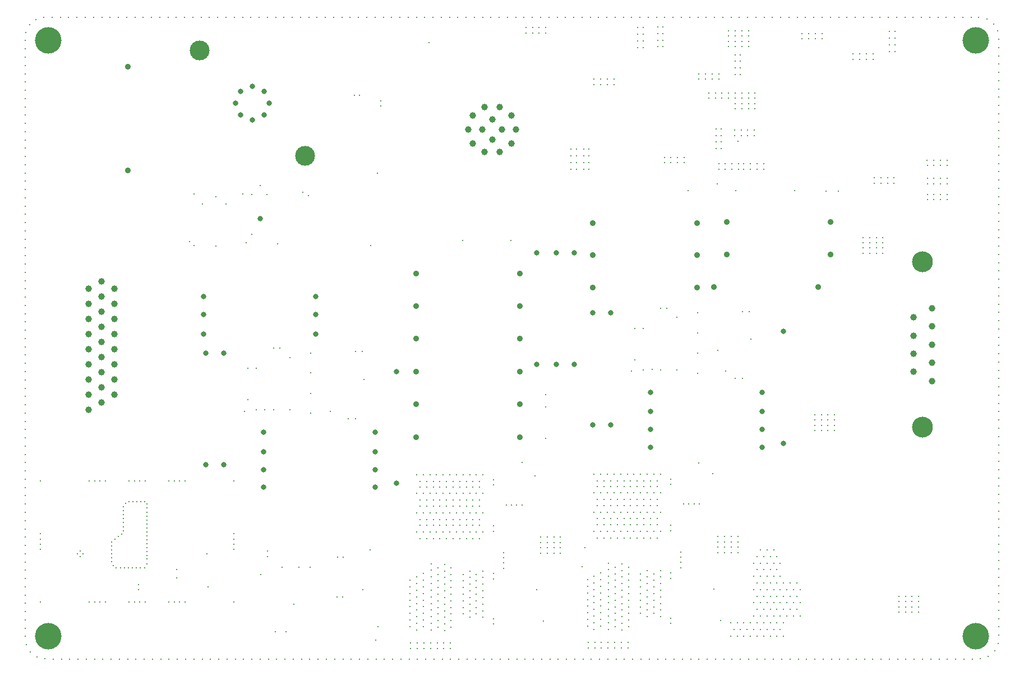
<source format=gbr>
%TF.GenerationSoftware,Altium Limited,Altium Designer,24.2.2 (26)*%
G04 Layer_Color=0*
%FSLAX45Y45*%
%MOMM*%
%TF.SameCoordinates,2C43E8B5-FC8E-40A2-A425-C8743FE8A27F*%
%TF.FilePolarity,Positive*%
%TF.FileFunction,Plated,1,6,PTH,Drill*%
%TF.Part,Single*%
G01*
G75*
%TA.AperFunction,ComponentDrill*%
%ADD194C,3.15000*%
%ADD195C,0.91440*%
%ADD196C,0.80000*%
%ADD197C,1.00000*%
%ADD198C,1.00000*%
%ADD199C,0.80000*%
%ADD200C,0.91440*%
%TA.AperFunction,OtherDrill,Pad Free-5 (69.785mm,103.532mm)*%
%ADD201C,3.00000*%
%TA.AperFunction,OtherDrill,Pad Free-5 (53.82mm,119.47mm)*%
%ADD202C,3.00000*%
%TA.AperFunction,OtherDrill,Pad Free-5 (171mm,121mm)*%
%ADD203C,4.00000*%
%TA.AperFunction,OtherDrill,Pad Free-5 (171mm,31mm)*%
%ADD204C,4.00000*%
%TA.AperFunction,OtherDrill,Pad Free-5 (31mm,31mm)*%
%ADD205C,4.00000*%
%TA.AperFunction,OtherDrill,Pad Free-5 (31mm,121mm)*%
%ADD206C,4.00000*%
%TA.AperFunction,ViaDrill,NotFilled*%
%ADD207C,0.30000*%
%ADD208C,0.80000*%
D194*
X16300000Y8749500D02*
D03*
Y6250500D02*
D03*
D195*
X4300000Y11700000D02*
D03*
Y10130000D02*
D03*
D196*
X6182000Y11401000D02*
D03*
Y10893000D02*
D03*
X5928000Y11147000D02*
D03*
X6436000D02*
D03*
X6002395Y11326605D02*
D03*
X6361605D02*
D03*
X6002395Y10967395D02*
D03*
X6361605D02*
D03*
X8038021Y5614002D02*
D03*
X6348021D02*
D03*
X7135997Y7660000D02*
D03*
X5445997D02*
D03*
X5445998Y7960000D02*
D03*
X7135998D02*
D03*
X5445998Y8230001D02*
D03*
X7135998D02*
D03*
X6348021Y6174002D02*
D03*
X8038021D02*
D03*
Y5344002D02*
D03*
X6348021D02*
D03*
X8038021Y5884002D02*
D03*
X6348021D02*
D03*
X12190000Y6220000D02*
D03*
X13880000D02*
D03*
X12190000Y5950000D02*
D03*
X13880000D02*
D03*
X12190000Y6780000D02*
D03*
X13880000D02*
D03*
Y6490000D02*
D03*
X12190000D02*
D03*
D197*
X10091246Y10538397D02*
D03*
X9911246Y10407620D02*
D03*
X9688754D02*
D03*
X9508754Y10538397D02*
D03*
Y10961603D02*
D03*
X9688754Y11092380D02*
D03*
X10091246Y10961603D02*
D03*
X9911246Y11092380D02*
D03*
X9650000Y10750000D02*
D03*
X9440000D02*
D03*
X10160000D02*
D03*
X9950000D02*
D03*
D198*
X9800000Y10900000D02*
D03*
Y10600000D02*
D03*
X3704000Y8343000D02*
D03*
Y8114400D02*
D03*
Y7885800D02*
D03*
Y7657200D02*
D03*
Y7428600D02*
D03*
Y7200000D02*
D03*
Y6971400D02*
D03*
Y6742800D02*
D03*
Y6514000D02*
D03*
X3902000Y8457300D02*
D03*
Y8228700D02*
D03*
Y8000100D02*
D03*
Y7771500D02*
D03*
Y7542900D02*
D03*
Y7314300D02*
D03*
Y7085700D02*
D03*
Y6857100D02*
D03*
Y6628500D02*
D03*
X4100000Y8343000D02*
D03*
Y8114400D02*
D03*
Y7885800D02*
D03*
Y7657200D02*
D03*
Y7428600D02*
D03*
Y7200000D02*
D03*
Y6971400D02*
D03*
Y6742800D02*
D03*
X16158000Y7911000D02*
D03*
Y7637000D02*
D03*
Y7363000D02*
D03*
Y7089000D02*
D03*
X16442000Y8048000D02*
D03*
Y7774000D02*
D03*
Y7500000D02*
D03*
Y7226000D02*
D03*
Y6952000D02*
D03*
D199*
X5748021Y5684003D02*
D03*
Y7374003D02*
D03*
X5478021Y5684003D02*
D03*
Y7374003D02*
D03*
X8358021Y7094002D02*
D03*
Y5404002D02*
D03*
X11320000Y6290000D02*
D03*
Y7980000D02*
D03*
X14200000Y7700000D02*
D03*
Y6010000D02*
D03*
X11590000Y6290000D02*
D03*
Y7980000D02*
D03*
X10770000Y8890000D02*
D03*
Y7200000D02*
D03*
X11040000Y8890000D02*
D03*
Y7200000D02*
D03*
X10470000Y7200000D02*
D03*
Y8890000D02*
D03*
D200*
X10220000Y6100000D02*
D03*
X8650000D02*
D03*
X8648021Y7594002D02*
D03*
X10218021D02*
D03*
X8648021Y8084002D02*
D03*
X10218021D02*
D03*
X10218021Y6604002D02*
D03*
X8648021D02*
D03*
X10218021Y7094002D02*
D03*
X8648021D02*
D03*
X10218021Y8574002D02*
D03*
X8648021D02*
D03*
X11320000Y8850000D02*
D03*
X12889999D02*
D03*
X14910001Y8860000D02*
D03*
X13339999D02*
D03*
X12889999Y9340000D02*
D03*
X11320000D02*
D03*
X14910001Y9350000D02*
D03*
X13339999D02*
D03*
X11320000Y8360000D02*
D03*
X12889999D02*
D03*
X14720000Y8370000D02*
D03*
X13150000D02*
D03*
D201*
X6978470Y10353194D02*
D03*
D202*
X5382000Y11947000D02*
D03*
D203*
X17100000Y12100000D02*
D03*
D204*
Y3100000D02*
D03*
D205*
X3100000D02*
D03*
D206*
Y12100000D02*
D03*
D207*
X11340000Y11510000D02*
D03*
X11440000D02*
D03*
X11540000D02*
D03*
X11640000D02*
D03*
X11440000D02*
D03*
X11540000D02*
D03*
X11640000D02*
D03*
X11340000Y11430000D02*
D03*
X11440000D02*
D03*
X11540000D02*
D03*
X11640000D02*
D03*
X11440000D02*
D03*
X11540000D02*
D03*
X11640000D02*
D03*
X11440000D02*
D03*
X11540000D02*
D03*
X11640000D02*
D03*
X8850000Y12060000D02*
D03*
X13200000Y9930000D02*
D03*
X14400008Y3900002D02*
D03*
X14450008Y3800002D02*
D03*
X14400008Y3700002D02*
D03*
X14450008Y3600002D02*
D03*
X14400008Y3500002D02*
D03*
X14450008Y3400002D02*
D03*
X14300008Y3900002D02*
D03*
X14350008Y3800002D02*
D03*
X14300008Y3700002D02*
D03*
X14350008Y3600002D02*
D03*
X14300008Y3500002D02*
D03*
X14350008Y3400002D02*
D03*
X14200008Y3900002D02*
D03*
X14250008Y3800002D02*
D03*
X14200008Y3700002D02*
D03*
X14250008Y3600002D02*
D03*
X14200008Y3500002D02*
D03*
X14250008Y3400002D02*
D03*
X14200008Y3300002D02*
D03*
Y3100002D02*
D03*
X14100008Y4300002D02*
D03*
X14150008Y4200002D02*
D03*
X14100008Y4100002D02*
D03*
X14150008Y4000002D02*
D03*
X14100008Y3900002D02*
D03*
X14150008Y3800002D02*
D03*
X14100008Y3700002D02*
D03*
X14150008Y3600002D02*
D03*
X14100008Y3500002D02*
D03*
X14150008Y3400002D02*
D03*
X14100008Y3300002D02*
D03*
X14150008Y3200002D02*
D03*
X14100008Y3100002D02*
D03*
X14050008Y4400002D02*
D03*
X14000008Y4300002D02*
D03*
X14050008Y4200002D02*
D03*
X14000008Y4100002D02*
D03*
X14050008Y4000002D02*
D03*
X14000008Y3900002D02*
D03*
X14050008Y3800002D02*
D03*
X14000008Y3700002D02*
D03*
X14050008Y3600002D02*
D03*
X14000008Y3500002D02*
D03*
X14050008Y3400002D02*
D03*
X14000008Y3300002D02*
D03*
X14050008Y3200002D02*
D03*
X14000008Y3100002D02*
D03*
X13950008Y4400002D02*
D03*
X13900008Y4300002D02*
D03*
X13950008Y4200002D02*
D03*
X13900008Y4100002D02*
D03*
X13950008Y4000002D02*
D03*
X13900008Y3900002D02*
D03*
X13950008Y3800002D02*
D03*
X13900008Y3700002D02*
D03*
X13950008Y3600002D02*
D03*
X13900008Y3500002D02*
D03*
X13950008Y3400002D02*
D03*
X13900008Y3300002D02*
D03*
X13950008Y3200002D02*
D03*
X13900008Y3100002D02*
D03*
X13850008Y4400002D02*
D03*
X13800008Y4300002D02*
D03*
X13850008Y4200002D02*
D03*
X13800008Y4100002D02*
D03*
X13850008Y4000002D02*
D03*
X13800008Y3900002D02*
D03*
X13850008Y3800002D02*
D03*
X13800008Y3700002D02*
D03*
X13850008Y3600002D02*
D03*
X13800008Y3500002D02*
D03*
X13850008Y3400002D02*
D03*
X13800008Y3300002D02*
D03*
X13850008Y3200002D02*
D03*
X13800008Y3100002D02*
D03*
X13750008Y4200002D02*
D03*
Y4000002D02*
D03*
Y3800002D02*
D03*
Y3600002D02*
D03*
Y3400002D02*
D03*
X13700008Y3300002D02*
D03*
X13750008Y3200002D02*
D03*
X13700008Y3100002D02*
D03*
X13600008Y3300002D02*
D03*
X13650008Y3200002D02*
D03*
X13600008Y3100002D02*
D03*
X13500008Y3300002D02*
D03*
X13550008Y3200002D02*
D03*
X13500008Y3100002D02*
D03*
X13400008Y3300002D02*
D03*
X13450008Y3200002D02*
D03*
X13400008Y3100002D02*
D03*
X4586600Y4261100D02*
D03*
Y4191100D02*
D03*
X4556600Y4131100D02*
D03*
X4486600D02*
D03*
X4426600D02*
D03*
X4366600D02*
D03*
X4306600D02*
D03*
X4246600D02*
D03*
X4186600D02*
D03*
X4126600D02*
D03*
X4076600Y4161100D02*
D03*
X4056600Y4221100D02*
D03*
Y4281100D02*
D03*
Y4341100D02*
D03*
Y4401100D02*
D03*
Y4461100D02*
D03*
Y4521100D02*
D03*
X4106600Y4561100D02*
D03*
X4156600Y4601100D02*
D03*
X4206600Y4641100D02*
D03*
X4236600Y4691100D02*
D03*
Y4751099D02*
D03*
Y4811100D02*
D03*
Y4871099D02*
D03*
Y4931100D02*
D03*
Y4991099D02*
D03*
Y5051100D02*
D03*
X4266600Y5101100D02*
D03*
X4316600Y5131099D02*
D03*
X4376600D02*
D03*
X4436600D02*
D03*
X4496600D02*
D03*
X4556600D02*
D03*
X4586600Y5091100D02*
D03*
Y5031100D02*
D03*
Y4971100D02*
D03*
Y4911100D02*
D03*
Y4851100D02*
D03*
Y4791100D02*
D03*
Y4731100D02*
D03*
Y4671100D02*
D03*
Y4611099D02*
D03*
Y4551100D02*
D03*
Y4491099D02*
D03*
Y4431100D02*
D03*
Y4371099D02*
D03*
Y4311100D02*
D03*
X12500000Y3290000D02*
D03*
X13330000Y7100000D02*
D03*
X12214261Y7124100D02*
D03*
X12080000Y7120000D02*
D03*
X8121000Y11181900D02*
D03*
X10604002Y6556979D02*
D03*
Y6746979D02*
D03*
X11900000Y7100000D02*
D03*
X3800000Y5440000D02*
D03*
X3960000D02*
D03*
X4480000D02*
D03*
X5000000D02*
D03*
X5080000D02*
D03*
X4400000D02*
D03*
X4560000D02*
D03*
X12500000Y3370000D02*
D03*
X12672544Y2753116D02*
D03*
X12547544D02*
D03*
X12340000Y3590000D02*
D03*
X12240000Y3640000D02*
D03*
X12500000Y4050000D02*
D03*
Y3970000D02*
D03*
Y4770000D02*
D03*
X12650000Y4210000D02*
D03*
Y4370000D02*
D03*
Y4290000D02*
D03*
Y4130000D02*
D03*
X12930000Y5090000D02*
D03*
X12850000D02*
D03*
X12500000Y5470000D02*
D03*
Y5390000D02*
D03*
X12290000Y5440000D02*
D03*
X9661214Y5531212D02*
D03*
X10450000Y5520000D02*
D03*
X10631214Y4351213D02*
D03*
Y4431212D02*
D03*
Y4511212D02*
D03*
Y4591212D02*
D03*
X10531214Y4351213D02*
D03*
Y4431212D02*
D03*
Y4511212D02*
D03*
Y4591212D02*
D03*
X13130000Y5550000D02*
D03*
X6310000Y4030000D02*
D03*
X6085200Y9040000D02*
D03*
X6940000Y9800000D02*
D03*
X6880000Y4140000D02*
D03*
X11200000Y4430000D02*
D03*
X11160000Y4150000D02*
D03*
X6632900Y4140000D02*
D03*
X7360000Y6490000D02*
D03*
X16139999Y3540000D02*
D03*
X16039999D02*
D03*
X16239999Y3460000D02*
D03*
X16139999D02*
D03*
X16039999D02*
D03*
X16239999Y3540000D02*
D03*
X15939999D02*
D03*
Y3460000D02*
D03*
X16239999Y3700000D02*
D03*
X16039999D02*
D03*
X16239999Y3620000D02*
D03*
X16139999D02*
D03*
Y3700000D02*
D03*
X15939999D02*
D03*
X16039999Y3620000D02*
D03*
X15939999D02*
D03*
X5898000Y5440000D02*
D03*
X2982000D02*
D03*
Y3610000D02*
D03*
X5898000D02*
D03*
X10080000Y9070000D02*
D03*
X7970000Y9000000D02*
D03*
X9358021Y9074002D02*
D03*
X7960000Y4400000D02*
D03*
X12590000Y7120000D02*
D03*
X10171214Y5081212D02*
D03*
X10251214D02*
D03*
X10011214D02*
D03*
X10831214Y4591212D02*
D03*
X10731214Y4511212D02*
D03*
Y4431212D02*
D03*
X10831214Y4351213D02*
D03*
X10731214D02*
D03*
X9971214Y4361212D02*
D03*
Y4121212D02*
D03*
Y4201212D02*
D03*
Y4281212D02*
D03*
X8571214Y2991212D02*
D03*
X8671214D02*
D03*
X8871214D02*
D03*
X9071214D02*
D03*
X8971214D02*
D03*
X8571214Y2911212D02*
D03*
X8671214D02*
D03*
X8871214D02*
D03*
X8771214D02*
D03*
X9071214D02*
D03*
X8971214D02*
D03*
X10571214Y3321212D02*
D03*
X9821214Y5461212D02*
D03*
Y5381212D02*
D03*
Y4761212D02*
D03*
Y4681212D02*
D03*
Y3961212D02*
D03*
Y4041212D02*
D03*
Y3281212D02*
D03*
Y3361212D02*
D03*
X8881214Y3491212D02*
D03*
Y3991212D02*
D03*
Y3891212D02*
D03*
Y3791212D02*
D03*
Y3591212D02*
D03*
Y3691212D02*
D03*
Y3391212D02*
D03*
Y3191212D02*
D03*
Y4091212D02*
D03*
Y4191212D02*
D03*
X8561214Y3541212D02*
D03*
Y3841213D02*
D03*
Y3741212D02*
D03*
Y3641212D02*
D03*
Y3441212D02*
D03*
Y3341212D02*
D03*
Y3241212D02*
D03*
Y3941213D02*
D03*
X8761214Y3841213D02*
D03*
Y3641212D02*
D03*
X8661214Y3891213D02*
D03*
Y3691213D02*
D03*
X8761214Y3541212D02*
D03*
X8661214Y3591213D02*
D03*
X8761214Y3741212D02*
D03*
X8661214Y3791213D02*
D03*
X8761214Y3441212D02*
D03*
X8661214Y3191212D02*
D03*
Y3391212D02*
D03*
X8761214Y3341212D02*
D03*
X8661214Y3491212D02*
D03*
X8761214Y3241212D02*
D03*
X8661214Y3291212D02*
D03*
X8761214Y3941213D02*
D03*
Y4041213D02*
D03*
X8661214Y3991213D02*
D03*
X8981214Y3631212D02*
D03*
Y3931213D02*
D03*
Y3431212D02*
D03*
Y3831213D02*
D03*
Y4031213D02*
D03*
Y3531212D02*
D03*
Y4131213D02*
D03*
Y3731213D02*
D03*
X9181214Y4131213D02*
D03*
Y4031213D02*
D03*
X9081214Y3781213D02*
D03*
Y3881213D02*
D03*
Y3981213D02*
D03*
Y4181213D02*
D03*
Y4081213D02*
D03*
Y3481212D02*
D03*
Y3581213D02*
D03*
Y3681213D02*
D03*
X9181214Y3231212D02*
D03*
Y3331212D02*
D03*
X9081214Y3381212D02*
D03*
Y3181212D02*
D03*
Y3281212D02*
D03*
X8981214Y3331212D02*
D03*
Y3231212D02*
D03*
X9181214Y3731213D02*
D03*
Y3431212D02*
D03*
Y3831213D02*
D03*
Y3631212D02*
D03*
Y3931213D02*
D03*
Y3531212D02*
D03*
X9661214Y3781212D02*
D03*
Y4081212D02*
D03*
Y3981212D02*
D03*
Y3881212D02*
D03*
Y3681212D02*
D03*
Y3381212D02*
D03*
Y3581212D02*
D03*
Y3481212D02*
D03*
X9461214Y3381212D02*
D03*
X9361214Y3731212D02*
D03*
X9561214Y3531212D02*
D03*
Y3431212D02*
D03*
X9461214Y3681212D02*
D03*
X9361214Y3631212D02*
D03*
Y3531212D02*
D03*
Y3431212D02*
D03*
X9561214Y3731212D02*
D03*
Y3631212D02*
D03*
X9461214Y3481212D02*
D03*
Y3581212D02*
D03*
X9361214Y4031212D02*
D03*
X9561214D02*
D03*
X9461214Y3981212D02*
D03*
Y3781212D02*
D03*
Y4081212D02*
D03*
X9361214Y3931212D02*
D03*
X9561214D02*
D03*
X9361214Y3831212D02*
D03*
X9461214Y3881212D02*
D03*
X9561214Y3831212D02*
D03*
X9461214Y5531212D02*
D03*
X9561214D02*
D03*
X8961214D02*
D03*
X9061214D02*
D03*
X9261214D02*
D03*
X9361214D02*
D03*
X9161214D02*
D03*
X8861214D02*
D03*
X8661214D02*
D03*
X8761214D02*
D03*
X9611214Y5431212D02*
D03*
X8811214D02*
D03*
X9311214D02*
D03*
X9511214D02*
D03*
X8711214D02*
D03*
X9211214D02*
D03*
X9011214D02*
D03*
X9111214D02*
D03*
X8911214D02*
D03*
X9411214D02*
D03*
X9611214Y5061212D02*
D03*
X8811214D02*
D03*
X8911214D02*
D03*
X8711214D02*
D03*
X9011214D02*
D03*
X9611214Y4861212D02*
D03*
X9661214Y4961212D02*
D03*
X9011214Y4861212D02*
D03*
X8761214Y4961212D02*
D03*
X8911214Y4861212D02*
D03*
X8711214D02*
D03*
X8661214Y4961212D02*
D03*
X8861214D02*
D03*
X8961214D02*
D03*
X8811214Y4861212D02*
D03*
X9061214Y4961212D02*
D03*
X9311214Y4861212D02*
D03*
X9261214Y4961212D02*
D03*
X9161214D02*
D03*
X9211214Y4861212D02*
D03*
X9111214D02*
D03*
Y5061212D02*
D03*
X9211214D02*
D03*
X9311214D02*
D03*
X9561214Y4961212D02*
D03*
X9511214Y5061212D02*
D03*
Y4861212D02*
D03*
X9461214Y4961212D02*
D03*
X9361214D02*
D03*
X9411214Y5061212D02*
D03*
Y4861212D02*
D03*
X9611214Y4571212D02*
D03*
X9661214Y4671212D02*
D03*
X9611214Y4771212D02*
D03*
X9011214Y4571212D02*
D03*
X8661214Y4671212D02*
D03*
X8711214Y4571212D02*
D03*
X8811214D02*
D03*
X8761214Y4671212D02*
D03*
X8861214D02*
D03*
X8911214Y4571212D02*
D03*
X8961214Y4671212D02*
D03*
X9061214D02*
D03*
X8711214Y4771212D02*
D03*
X8911214D02*
D03*
X9011214D02*
D03*
X8811214D02*
D03*
X9311214D02*
D03*
Y4571212D02*
D03*
X9161214Y4671212D02*
D03*
X9111214Y4771212D02*
D03*
X9261214Y4671212D02*
D03*
X9211214Y4571212D02*
D03*
X9111214D02*
D03*
X9211214Y4771212D02*
D03*
X9411214Y4571212D02*
D03*
X9511214Y4771212D02*
D03*
Y4571212D02*
D03*
X9461214Y4671212D02*
D03*
X9561214D02*
D03*
X9361214D02*
D03*
X9411214Y4771212D02*
D03*
X9011214Y5351212D02*
D03*
X9061214Y5251212D02*
D03*
X8811214Y5351212D02*
D03*
X8911214D02*
D03*
X8961214Y5251212D02*
D03*
X8711214Y5351212D02*
D03*
X8761214Y5251212D02*
D03*
X8861214D02*
D03*
X8661214D02*
D03*
X9611214Y5351212D02*
D03*
X9661214Y5251212D02*
D03*
X9611214Y5151212D02*
D03*
X8911214D02*
D03*
X9011214D02*
D03*
X8811214D02*
D03*
X8711214D02*
D03*
X9111214Y5351212D02*
D03*
X9261214Y5251212D02*
D03*
X9111214Y5151212D02*
D03*
X9161214Y5251212D02*
D03*
X9211214Y5351212D02*
D03*
Y5151212D02*
D03*
X9411214Y5351212D02*
D03*
X9311214Y5151212D02*
D03*
X9561214Y5251212D02*
D03*
X9511214Y5151212D02*
D03*
X9411214D02*
D03*
X9461214Y5251212D02*
D03*
X9511214Y5351212D02*
D03*
X9361214Y5251212D02*
D03*
X9311214Y5351212D02*
D03*
X10091214Y5081212D02*
D03*
X8881214Y3291212D02*
D03*
X10471214Y3801212D02*
D03*
X10604002Y6081979D02*
D03*
X6498021Y7444002D02*
D03*
X6240521Y7139609D02*
D03*
X6113521D02*
D03*
X6748021Y7304002D02*
D03*
X7058021Y7374003D02*
D03*
X6598021Y7444002D02*
D03*
X7058021Y7074002D02*
D03*
X7738021Y7394002D02*
D03*
X7868021Y6974003D02*
D03*
X7628021Y6384002D02*
D03*
X7838021Y7394002D02*
D03*
X7738021Y6384002D02*
D03*
X6113521Y6666396D02*
D03*
X7058021Y6464003D02*
D03*
X6748021Y6514002D02*
D03*
X6498021D02*
D03*
X6368021D02*
D03*
X6058021Y6494003D02*
D03*
X7058021Y6764002D02*
D03*
X6238021Y6514002D02*
D03*
X13580000Y6990000D02*
D03*
X13470000D02*
D03*
X8070000Y10090000D02*
D03*
X5632500Y9737500D02*
D03*
X6170000Y9170000D02*
D03*
X5630000Y8990000D02*
D03*
X5297500Y8994879D02*
D03*
X6560000Y9020000D02*
D03*
X6040000Y9780000D02*
D03*
X13460001Y10660000D02*
D03*
Y10740000D02*
D03*
X13660001D02*
D03*
X13560001D02*
D03*
Y10660000D02*
D03*
X13660001D02*
D03*
X13760001D02*
D03*
Y10740000D02*
D03*
X13210001Y7410000D02*
D03*
Y4440000D02*
D03*
Y4520000D02*
D03*
X13310001Y4440000D02*
D03*
Y4360000D02*
D03*
Y4520000D02*
D03*
X13250000Y3330000D02*
D03*
X7850000Y3800000D02*
D03*
X10731214Y4591212D02*
D03*
X10831214Y4511212D02*
D03*
Y4431212D02*
D03*
X13410001Y4440000D02*
D03*
X13510001Y4360000D02*
D03*
X13410001D02*
D03*
X13510001Y4440000D02*
D03*
X13210001Y4360000D02*
D03*
X13510001Y4600000D02*
D03*
X13310001D02*
D03*
X13510001Y4520000D02*
D03*
X13410001D02*
D03*
Y4600000D02*
D03*
X13210001D02*
D03*
X14870000Y6280000D02*
D03*
X14770000D02*
D03*
X14970000Y6200000D02*
D03*
X14870000D02*
D03*
X14770000D02*
D03*
X14970000Y6280000D02*
D03*
X14670000D02*
D03*
Y6200000D02*
D03*
X14970000Y6440000D02*
D03*
X14770000D02*
D03*
X14970000Y6360000D02*
D03*
X14870000D02*
D03*
Y6440000D02*
D03*
X14670000D02*
D03*
X14770000Y6360000D02*
D03*
X14670000D02*
D03*
X15600000Y8960000D02*
D03*
X15500000D02*
D03*
X15700000Y8880000D02*
D03*
X15600000D02*
D03*
X15500000D02*
D03*
X15700000Y8960000D02*
D03*
X15400000D02*
D03*
Y8880000D02*
D03*
X15700000Y9120000D02*
D03*
X15500000D02*
D03*
X15700000Y9040000D02*
D03*
X15600000D02*
D03*
Y9120000D02*
D03*
X15400000D02*
D03*
X15500000Y9040000D02*
D03*
X15400000D02*
D03*
X12920000Y5710000D02*
D03*
X10250000Y5720000D02*
D03*
X14839999Y9820000D02*
D03*
X12900000Y7680000D02*
D03*
Y7980000D02*
D03*
Y7070000D02*
D03*
Y7370000D02*
D03*
X13710001Y7580000D02*
D03*
X13680000Y8000000D02*
D03*
X13580000D02*
D03*
X12082501Y7745607D02*
D03*
X11955501Y7272393D02*
D03*
X14480000Y12120000D02*
D03*
Y12200000D02*
D03*
X14780000D02*
D03*
X14680000Y12120000D02*
D03*
X14580000D02*
D03*
X14780000D02*
D03*
X14580000Y12200000D02*
D03*
X14680000D02*
D03*
X15550000Y11890000D02*
D03*
X15250000D02*
D03*
X15550000Y11810000D02*
D03*
X15450000D02*
D03*
X15350000D02*
D03*
X15450000Y11890000D02*
D03*
X15350000D02*
D03*
X15250000Y11810000D02*
D03*
X12380000Y12000000D02*
D03*
Y12100000D02*
D03*
X12300000Y12000000D02*
D03*
Y12100000D02*
D03*
Y12200000D02*
D03*
X12380000D02*
D03*
Y12300000D02*
D03*
X12300000D02*
D03*
X12080000Y11990000D02*
D03*
X12000000D02*
D03*
Y12090000D02*
D03*
Y12190000D02*
D03*
X12080000D02*
D03*
Y12090000D02*
D03*
Y12290000D02*
D03*
X12000000D02*
D03*
X10310000Y12210000D02*
D03*
Y12290000D02*
D03*
X10410000D02*
D03*
X10510000Y12210000D02*
D03*
X10610000D02*
D03*
X10410000D02*
D03*
X10510000Y12290000D02*
D03*
X10610000D02*
D03*
X10990000Y10450000D02*
D03*
Y10350000D02*
D03*
Y10250000D02*
D03*
Y10150000D02*
D03*
X11070000Y10450000D02*
D03*
Y10350000D02*
D03*
Y10250000D02*
D03*
Y10150000D02*
D03*
X10990000Y10350000D02*
D03*
Y10250000D02*
D03*
Y10150000D02*
D03*
Y10350000D02*
D03*
Y10250000D02*
D03*
Y10150000D02*
D03*
X11070000Y10350000D02*
D03*
Y10250000D02*
D03*
Y10150000D02*
D03*
X11180000Y10450000D02*
D03*
Y10350000D02*
D03*
Y10250000D02*
D03*
Y10150000D02*
D03*
X11260000Y10450000D02*
D03*
Y10350000D02*
D03*
Y10250000D02*
D03*
Y10150000D02*
D03*
X11180000Y10350000D02*
D03*
Y10250000D02*
D03*
Y10150000D02*
D03*
Y10350000D02*
D03*
Y10250000D02*
D03*
Y10150000D02*
D03*
X11260000Y10350000D02*
D03*
Y10250000D02*
D03*
Y10150000D02*
D03*
X13900000Y10230000D02*
D03*
X13800000D02*
D03*
X13900000Y10150000D02*
D03*
X13700000D02*
D03*
X13600000D02*
D03*
X13700000Y10230000D02*
D03*
X13600000D02*
D03*
X13800000Y10150000D02*
D03*
X13520000Y10230000D02*
D03*
X13420000D02*
D03*
X13520000Y10150000D02*
D03*
X13420000D02*
D03*
X13320000D02*
D03*
X13220000D02*
D03*
X13320000Y10230000D02*
D03*
X13220000D02*
D03*
X12700000Y10330000D02*
D03*
X12600000D02*
D03*
X12500000D02*
D03*
X12400000D02*
D03*
X12700000Y10250000D02*
D03*
X12600000D02*
D03*
X12400000D02*
D03*
X12500000D02*
D03*
X13220000Y11590000D02*
D03*
X13120000D02*
D03*
X13020000D02*
D03*
X12920000D02*
D03*
X13220000Y11510000D02*
D03*
X13120000D02*
D03*
X13020000D02*
D03*
X12920000D02*
D03*
X13120000Y11590000D02*
D03*
X13020000D02*
D03*
X12920000D02*
D03*
X13120000D02*
D03*
X13020000D02*
D03*
X12920000D02*
D03*
X13120000Y11510000D02*
D03*
X13020000D02*
D03*
X12920000D02*
D03*
X13370000Y12160000D02*
D03*
X13470000D02*
D03*
X13370000Y12240000D02*
D03*
X13570000D02*
D03*
Y12160000D02*
D03*
X13670000D02*
D03*
X13470000Y12240000D02*
D03*
X13670000D02*
D03*
X13370000Y12000000D02*
D03*
Y12080000D02*
D03*
X13670000D02*
D03*
X13470000Y12000000D02*
D03*
X13570000D02*
D03*
X13670000D02*
D03*
X13470000Y12080000D02*
D03*
X13570000D02*
D03*
X13470000Y11060000D02*
D03*
X13670000D02*
D03*
X13770000D02*
D03*
X13470000Y11140000D02*
D03*
X13570000D02*
D03*
X13670000D02*
D03*
X13770000D02*
D03*
X13570000Y11060000D02*
D03*
X13470000Y11220000D02*
D03*
X13770000D02*
D03*
X13470000Y11300000D02*
D03*
X13570000D02*
D03*
X13670000D02*
D03*
X13770000D02*
D03*
X13570000Y11220000D02*
D03*
X13670000D02*
D03*
X13070000D02*
D03*
Y11300000D02*
D03*
X13170000D02*
D03*
X13270000D02*
D03*
X13370000D02*
D03*
X13170000Y11220000D02*
D03*
X13270000D02*
D03*
X13370000D02*
D03*
X13180000Y10760000D02*
D03*
Y10660000D02*
D03*
Y10560000D02*
D03*
Y10460000D02*
D03*
X13260001Y10760000D02*
D03*
Y10660000D02*
D03*
Y10560000D02*
D03*
Y10460000D02*
D03*
X13180000Y10660000D02*
D03*
Y10560000D02*
D03*
Y10460000D02*
D03*
Y10660000D02*
D03*
Y10560000D02*
D03*
Y10460000D02*
D03*
X13260001Y10660000D02*
D03*
Y10560000D02*
D03*
Y10460000D02*
D03*
X13470000Y11880000D02*
D03*
Y11680000D02*
D03*
X13550000Y11880000D02*
D03*
Y11580000D02*
D03*
X13470000D02*
D03*
Y11780000D02*
D03*
X13550000D02*
D03*
Y11680000D02*
D03*
X15870000Y10020000D02*
D03*
X15670000D02*
D03*
X15870000Y9940000D02*
D03*
X15670000D02*
D03*
X15570000Y10020000D02*
D03*
X15770000D02*
D03*
Y9940000D02*
D03*
X15570000D02*
D03*
X16670000Y9770000D02*
D03*
X16370000D02*
D03*
X16670000Y9690000D02*
D03*
X16570000D02*
D03*
X16370000D02*
D03*
X16570000Y9770000D02*
D03*
X16470000D02*
D03*
Y9690000D02*
D03*
X16670000Y10010000D02*
D03*
X16470000D02*
D03*
X16370000D02*
D03*
X16670000Y9930000D02*
D03*
X16570000D02*
D03*
X16370000D02*
D03*
X16570000Y10010000D02*
D03*
X16470000Y9930000D02*
D03*
X16669000Y10288000D02*
D03*
X16469000D02*
D03*
X16369000D02*
D03*
X16670000Y10212000D02*
D03*
X16569000Y10288000D02*
D03*
X16570000Y10212000D02*
D03*
X16470000D02*
D03*
X16370000D02*
D03*
X15030000Y9820000D02*
D03*
X14370000Y9830000D02*
D03*
X13480000D02*
D03*
X12760000D02*
D03*
X12340000Y8050000D02*
D03*
X12440000D02*
D03*
X12590000Y7910000D02*
D03*
X12340000Y7120000D02*
D03*
X11955501Y7745607D02*
D03*
X12290000Y5160000D02*
D03*
X12340000Y5260000D02*
D03*
X12290000Y5360000D02*
D03*
X12240000Y5260000D02*
D03*
X12190000Y5360000D02*
D03*
X12140000Y5260000D02*
D03*
X12190000Y5160000D02*
D03*
X12090000Y5360000D02*
D03*
X12040000Y5260000D02*
D03*
X12090000Y5160000D02*
D03*
X11990000D02*
D03*
X11440000Y5540000D02*
D03*
X11640000D02*
D03*
X11490000Y5440000D02*
D03*
X11540000Y5540000D02*
D03*
X11590000Y5440000D02*
D03*
X11690000D02*
D03*
X11740000Y5540000D02*
D03*
X11940000D02*
D03*
X11790000Y5440000D02*
D03*
X11840000Y5540000D02*
D03*
X11890000Y5440000D02*
D03*
X12340000Y5540000D02*
D03*
X12040000D02*
D03*
X12240000D02*
D03*
X12090000Y5440000D02*
D03*
X12140000Y5540000D02*
D03*
X12190000Y5440000D02*
D03*
X11990000D02*
D03*
X12240000Y4680000D02*
D03*
X12290000Y4780000D02*
D03*
Y4580000D02*
D03*
X12190000Y4780000D02*
D03*
X12140000Y4680000D02*
D03*
X12190000Y4580000D02*
D03*
X12090000Y4780000D02*
D03*
X12040000Y4680000D02*
D03*
X12090000Y4580000D02*
D03*
X11990000Y4780000D02*
D03*
Y4580000D02*
D03*
X12500000Y4690000D02*
D03*
X12340000Y4680000D02*
D03*
X11890000Y4780000D02*
D03*
X11790000Y4580000D02*
D03*
X11840000Y4680000D02*
D03*
X11890000Y4580000D02*
D03*
X11790000Y4780000D02*
D03*
X11740000Y4680000D02*
D03*
X11690000Y4780000D02*
D03*
X11640000Y4680000D02*
D03*
X11690000Y4580000D02*
D03*
X11340000Y4680000D02*
D03*
X11540000D02*
D03*
X11590000Y4580000D02*
D03*
X11440000Y4680000D02*
D03*
X11490000Y4580000D02*
D03*
X11390000Y4780000D02*
D03*
Y4580000D02*
D03*
X11490000Y4780000D02*
D03*
X11590000D02*
D03*
X11560000Y4200000D02*
D03*
X11990000Y5070000D02*
D03*
X11940000Y4970000D02*
D03*
X11990000Y4870000D02*
D03*
X11890000D02*
D03*
X11940000Y4680000D02*
D03*
X11890000Y5070000D02*
D03*
X11490000D02*
D03*
X11790000D02*
D03*
X11690000D02*
D03*
X11590000D02*
D03*
X11390000D02*
D03*
X11340000Y4970000D02*
D03*
X11840000D02*
D03*
X11740000D02*
D03*
X11790000Y4870000D02*
D03*
X11640000Y4970000D02*
D03*
X11690000Y4870000D02*
D03*
X11540000Y4970000D02*
D03*
X11590000Y4870000D02*
D03*
X11440000Y4970000D02*
D03*
X11490000Y4870000D02*
D03*
X11390000D02*
D03*
X12290000D02*
D03*
X12690000Y5090000D02*
D03*
X12770000D02*
D03*
X12340000Y4970000D02*
D03*
X12290000Y5070000D02*
D03*
X12240000Y4970000D02*
D03*
X12190000Y5070000D02*
D03*
X12140000Y4970000D02*
D03*
X12190000Y4870000D02*
D03*
X12090000Y5070000D02*
D03*
X12040000Y4970000D02*
D03*
X12090000Y4870000D02*
D03*
X11990000Y5360000D02*
D03*
X11790000D02*
D03*
X11940000Y5260000D02*
D03*
X11890000Y5360000D02*
D03*
X11840000Y5260000D02*
D03*
X11890000Y5160000D02*
D03*
X11740000Y5260000D02*
D03*
X11790000Y5160000D02*
D03*
X11690000Y5360000D02*
D03*
Y5160000D02*
D03*
X11440000Y5260000D02*
D03*
X11640000D02*
D03*
X11590000Y5360000D02*
D03*
X11540000Y5260000D02*
D03*
X11590000Y5160000D02*
D03*
X11490000Y5360000D02*
D03*
Y5160000D02*
D03*
X11390000Y5360000D02*
D03*
X11340000Y5260000D02*
D03*
X11390000Y5160000D02*
D03*
Y5440000D02*
D03*
X11340000Y5540000D02*
D03*
X12340000Y4090000D02*
D03*
X12140000D02*
D03*
X11240000Y3750000D02*
D03*
Y3950000D02*
D03*
Y3850000D02*
D03*
Y3650000D02*
D03*
Y3550000D02*
D03*
Y3450000D02*
D03*
X11250000Y2920000D02*
D03*
X11350000Y3000000D02*
D03*
X11250000D02*
D03*
X11240000Y3250000D02*
D03*
X11350000Y2920000D02*
D03*
X11240000Y3350000D02*
D03*
X11860000Y3240000D02*
D03*
X11760000Y3190000D02*
D03*
X11660000Y3240000D02*
D03*
X11760000Y3290000D02*
D03*
X11660000Y3340000D02*
D03*
X11760000Y3390000D02*
D03*
X11660000Y3440000D02*
D03*
X11760000Y3490000D02*
D03*
X11660000Y3540000D02*
D03*
X11760000Y3590000D02*
D03*
X11660000Y3640000D02*
D03*
X11760000Y3690000D02*
D03*
X11860000Y3740000D02*
D03*
Y3340000D02*
D03*
Y3440000D02*
D03*
Y3540000D02*
D03*
Y3640000D02*
D03*
Y3840000D02*
D03*
Y3940000D02*
D03*
Y4040000D02*
D03*
Y4140000D02*
D03*
X11660000Y3940000D02*
D03*
Y3740000D02*
D03*
X11760000Y3790000D02*
D03*
X11660000Y3840000D02*
D03*
X11760000Y3890000D02*
D03*
Y3990000D02*
D03*
X11660000Y4040000D02*
D03*
X11760000Y4090000D02*
D03*
X11660000Y4140000D02*
D03*
X11760000Y4190001D02*
D03*
X11560000Y3500000D02*
D03*
Y3400000D02*
D03*
Y3199999D02*
D03*
Y3299999D02*
D03*
Y4100000D02*
D03*
Y4000000D02*
D03*
Y3900000D02*
D03*
Y3800000D02*
D03*
Y3700000D02*
D03*
Y3600000D02*
D03*
X11440000Y4050000D02*
D03*
Y3550000D02*
D03*
Y3650000D02*
D03*
Y3750000D02*
D03*
Y3850000D02*
D03*
Y3950000D02*
D03*
Y3450000D02*
D03*
Y3350000D02*
D03*
Y3250000D02*
D03*
X11340000Y3200000D02*
D03*
Y3400000D02*
D03*
Y3500000D02*
D03*
Y3600000D02*
D03*
Y3700000D02*
D03*
Y3800000D02*
D03*
Y3900000D02*
D03*
Y4000000D02*
D03*
Y3300000D02*
D03*
X13150000Y3810000D02*
D03*
X12340000Y3690000D02*
D03*
Y3990000D02*
D03*
Y3890000D02*
D03*
Y3790000D02*
D03*
X12040000Y4040000D02*
D03*
X12140000Y3990000D02*
D03*
X12240000Y4040000D02*
D03*
X12040000Y3940000D02*
D03*
X12140000Y3890000D02*
D03*
X12240000Y3940000D02*
D03*
X12040000Y3840000D02*
D03*
X12140000Y3790000D02*
D03*
X12240000Y3840000D02*
D03*
X12040000Y3740000D02*
D03*
X12140000Y3690000D02*
D03*
X12240000Y3740000D02*
D03*
X12040000Y3640000D02*
D03*
X12340000Y3390000D02*
D03*
Y3490000D02*
D03*
X12140000Y3590000D02*
D03*
Y3490000D02*
D03*
X12240000Y3540000D02*
D03*
X12140000Y3390000D02*
D03*
X12240000Y3439999D02*
D03*
X12040000D02*
D03*
Y3540000D02*
D03*
X11450000Y3000000D02*
D03*
X11550000D02*
D03*
X11650000D02*
D03*
X11750000D02*
D03*
X11850000D02*
D03*
X11450000Y2920000D02*
D03*
X11550000D02*
D03*
X11650000D02*
D03*
X11750000D02*
D03*
X11850000D02*
D03*
X15800000Y12230000D02*
D03*
Y12130000D02*
D03*
Y12030000D02*
D03*
X15880000Y12230000D02*
D03*
Y12130000D02*
D03*
Y12030000D02*
D03*
Y12230000D02*
D03*
Y12130000D02*
D03*
Y12030000D02*
D03*
X15800000Y12230000D02*
D03*
Y12130000D02*
D03*
Y12030000D02*
D03*
Y11930000D02*
D03*
X15880000Y12230000D02*
D03*
Y12130000D02*
D03*
Y12030000D02*
D03*
Y11930000D02*
D03*
X8771214Y2991212D02*
D03*
X9171214Y2911212D02*
D03*
Y2991212D02*
D03*
X7720000Y11270000D02*
D03*
X7800000D02*
D03*
X6300000Y9900000D02*
D03*
X5780000Y9620000D02*
D03*
X6400000Y9770000D02*
D03*
X3800000Y3610000D02*
D03*
X3719999D02*
D03*
X3959999D02*
D03*
X3879999D02*
D03*
X4400000D02*
D03*
X4319999D02*
D03*
X4560000D02*
D03*
X4479999D02*
D03*
X5000000D02*
D03*
X4920000D02*
D03*
X5160000D02*
D03*
X5079999D02*
D03*
X5898000Y4565000D02*
D03*
Y4645000D02*
D03*
Y4405000D02*
D03*
Y4485000D02*
D03*
X5160000Y5440000D02*
D03*
X4920000D02*
D03*
X4320000D02*
D03*
X3880000D02*
D03*
X3720000D02*
D03*
X2982000Y4485000D02*
D03*
Y4405000D02*
D03*
Y4645000D02*
D03*
Y4565000D02*
D03*
X3542500Y4340000D02*
D03*
X3622500D02*
D03*
X3582500Y4380000D02*
D03*
Y4300000D02*
D03*
X5040000Y3980000D02*
D03*
Y4100000D02*
D03*
X4463000Y3875000D02*
D03*
Y3795000D02*
D03*
X5490000Y4340000D02*
D03*
X5510000Y3840000D02*
D03*
X6410000Y4380000D02*
D03*
Y4300000D02*
D03*
X7050000Y4140000D02*
D03*
X6810000Y3580000D02*
D03*
X8080000Y3240000D02*
D03*
X8040000Y3040000D02*
D03*
X7550000Y4290000D02*
D03*
X7470000D02*
D03*
X7460000Y3690000D02*
D03*
X7540000D02*
D03*
X6690000Y3160000D02*
D03*
X6530000D02*
D03*
X13510001Y10570000D02*
D03*
X6170000Y9770000D02*
D03*
X5430000Y9620000D02*
D03*
X5300000Y9780000D02*
D03*
X7030000Y9750000D02*
D03*
X8121000Y11101900D02*
D03*
X5230000Y9060000D02*
D03*
X17032022Y12446883D02*
D03*
X16907022D02*
D03*
X16782022D02*
D03*
X16657022D02*
D03*
X16532022D02*
D03*
X16407022D02*
D03*
X16282022D02*
D03*
X16157022D02*
D03*
X16032022D02*
D03*
X15907022D02*
D03*
X15782022D02*
D03*
X15657022D02*
D03*
X15532022D02*
D03*
X15407022D02*
D03*
X15282022D02*
D03*
X15157022D02*
D03*
X15032022D02*
D03*
X14907022D02*
D03*
X14782022D02*
D03*
X14657022D02*
D03*
X14532022D02*
D03*
X14407022D02*
D03*
X14282022D02*
D03*
X14157022D02*
D03*
X14032022D02*
D03*
X13907022D02*
D03*
X13782022D02*
D03*
X13657022D02*
D03*
X13532022D02*
D03*
X13407022D02*
D03*
X13282022D02*
D03*
X13157022D02*
D03*
X13032022D02*
D03*
X12907022D02*
D03*
X12782022D02*
D03*
X12657022D02*
D03*
X12532022D02*
D03*
X12407022D02*
D03*
X12282022D02*
D03*
X12157022D02*
D03*
X12032022D02*
D03*
X11907022D02*
D03*
X11782022D02*
D03*
X11657022D02*
D03*
X11532022D02*
D03*
X11407022D02*
D03*
X11282022D02*
D03*
X11157022D02*
D03*
X11032022D02*
D03*
X10907022D02*
D03*
X10782022D02*
D03*
X10657022D02*
D03*
X10532022D02*
D03*
X10407022D02*
D03*
X10282022D02*
D03*
X10157022D02*
D03*
X10032022D02*
D03*
X9907022D02*
D03*
X9782022D02*
D03*
X9657022D02*
D03*
X9532022D02*
D03*
X9407022D02*
D03*
X9282022D02*
D03*
X9157022D02*
D03*
X9032022D02*
D03*
X8907022D02*
D03*
X8782022D02*
D03*
X8657022D02*
D03*
X8532022D02*
D03*
X8407022D02*
D03*
X8282022D02*
D03*
X8157022D02*
D03*
X8032022D02*
D03*
X7907022D02*
D03*
X7782022D02*
D03*
X7657022D02*
D03*
X7532022D02*
D03*
X7407022D02*
D03*
X7282022D02*
D03*
X7157022D02*
D03*
X7032021D02*
D03*
X6907021D02*
D03*
X6782021D02*
D03*
X6657021D02*
D03*
X6532021D02*
D03*
X6407021D02*
D03*
X6282021D02*
D03*
X6157021D02*
D03*
X6032021D02*
D03*
X5907021D02*
D03*
X5782021D02*
D03*
X5657021D02*
D03*
X5532021D02*
D03*
X5407021D02*
D03*
X5282021D02*
D03*
X5157021D02*
D03*
X5032021D02*
D03*
X4907021D02*
D03*
X4782021D02*
D03*
X4657021D02*
D03*
X4532021D02*
D03*
X4407021D02*
D03*
X4282021D02*
D03*
X4157021D02*
D03*
X4032021D02*
D03*
X3907021D02*
D03*
X3782021D02*
D03*
X3657021D02*
D03*
X3532021D02*
D03*
X3407021D02*
D03*
X3282021D02*
D03*
X3157021D02*
D03*
X3032035Y12445035D02*
D03*
X2911881Y12410566D02*
D03*
X2816573Y12329688D02*
D03*
X2762667Y12216909D02*
D03*
X2753117Y12092274D02*
D03*
Y11967274D02*
D03*
Y11842274D02*
D03*
Y11717274D02*
D03*
Y11592274D02*
D03*
Y11467274D02*
D03*
Y11342274D02*
D03*
Y11217274D02*
D03*
Y11092274D02*
D03*
Y10967274D02*
D03*
Y10842274D02*
D03*
Y10717274D02*
D03*
Y10592274D02*
D03*
Y10467274D02*
D03*
Y10342274D02*
D03*
Y10217274D02*
D03*
Y10092274D02*
D03*
Y9967274D02*
D03*
Y9842274D02*
D03*
Y9717274D02*
D03*
Y9592274D02*
D03*
Y9467274D02*
D03*
Y9342274D02*
D03*
Y9217274D02*
D03*
Y9092274D02*
D03*
Y8967274D02*
D03*
Y8842274D02*
D03*
Y8717274D02*
D03*
Y8592274D02*
D03*
Y8467274D02*
D03*
Y8342274D02*
D03*
Y8217274D02*
D03*
Y8092274D02*
D03*
Y7967274D02*
D03*
Y7842274D02*
D03*
Y7717274D02*
D03*
Y7592274D02*
D03*
Y7467274D02*
D03*
Y7342274D02*
D03*
Y7217274D02*
D03*
Y7092274D02*
D03*
Y6967274D02*
D03*
Y6842274D02*
D03*
Y6717274D02*
D03*
Y6592274D02*
D03*
Y6467274D02*
D03*
Y6342274D02*
D03*
Y6217274D02*
D03*
Y6092274D02*
D03*
Y5967274D02*
D03*
Y5842274D02*
D03*
Y5717274D02*
D03*
Y5592274D02*
D03*
Y5467274D02*
D03*
Y5342274D02*
D03*
Y5217274D02*
D03*
Y5092274D02*
D03*
Y4967274D02*
D03*
Y4842274D02*
D03*
Y4717274D02*
D03*
Y4592274D02*
D03*
Y4467274D02*
D03*
Y4342274D02*
D03*
Y4217274D02*
D03*
Y4092274D02*
D03*
Y3967274D02*
D03*
Y3842274D02*
D03*
Y3717274D02*
D03*
Y3592274D02*
D03*
Y3467274D02*
D03*
Y3342274D02*
D03*
Y3217274D02*
D03*
Y3092274D02*
D03*
X2766297Y2967971D02*
D03*
X2826653Y2858508D02*
D03*
X2925903Y2782517D02*
D03*
X3047546Y2753743D02*
D03*
X3172544Y2753116D02*
D03*
X3297544D02*
D03*
X3422544D02*
D03*
X3547544D02*
D03*
X3672544D02*
D03*
X3797544D02*
D03*
X3922544D02*
D03*
X4047544D02*
D03*
X4172544D02*
D03*
X4297544D02*
D03*
X4422544D02*
D03*
X4547544D02*
D03*
X4672544D02*
D03*
X4797544D02*
D03*
X4922544D02*
D03*
X5047544D02*
D03*
X5172544D02*
D03*
X5297544D02*
D03*
X5422544D02*
D03*
X5547544D02*
D03*
X5672544D02*
D03*
X5797544D02*
D03*
X5922544D02*
D03*
X6047544D02*
D03*
X6172544Y2753116D02*
D03*
X6297544D02*
D03*
X6422544D02*
D03*
X6547544D02*
D03*
X6672544D02*
D03*
X6797544D02*
D03*
X6922544D02*
D03*
X7047544D02*
D03*
X7172544D02*
D03*
X7297544D02*
D03*
X7422544D02*
D03*
X7547544D02*
D03*
X7672544D02*
D03*
X7797544D02*
D03*
X7922544D02*
D03*
X8047544D02*
D03*
X8172544D02*
D03*
X8297544D02*
D03*
X8422544D02*
D03*
X8547544D02*
D03*
X8672544D02*
D03*
X8797544D02*
D03*
X8922544D02*
D03*
X9047544Y2753116D02*
D03*
X9172544D02*
D03*
X9297544D02*
D03*
X9422544D02*
D03*
X9547544D02*
D03*
X9672544D02*
D03*
X9797544D02*
D03*
X9922544D02*
D03*
X10047544D02*
D03*
X10172544D02*
D03*
X10297544D02*
D03*
X10422544D02*
D03*
X10547544D02*
D03*
X10672544D02*
D03*
X10797544D02*
D03*
X10922544D02*
D03*
X11047544D02*
D03*
X11172544D02*
D03*
X11297544D02*
D03*
X11422544D02*
D03*
X11547544D02*
D03*
X11672544D02*
D03*
X11797544D02*
D03*
X11922544Y2753116D02*
D03*
X12047544D02*
D03*
X12172544D02*
D03*
X12297544D02*
D03*
X12422544D02*
D03*
X12797544D02*
D03*
X12922543D02*
D03*
X13047543D02*
D03*
X13172543D02*
D03*
X13297543D02*
D03*
X13422543D02*
D03*
X13547543D02*
D03*
X13672543D02*
D03*
X13797543D02*
D03*
X13922543D02*
D03*
X14047543D02*
D03*
X14172543D02*
D03*
X14297543D02*
D03*
X14422543D02*
D03*
X14547543D02*
D03*
X14672543D02*
D03*
X14797543Y2753117D02*
D03*
X14922543D02*
D03*
X15047543D02*
D03*
X15172543D02*
D03*
X15297543D02*
D03*
X15422543D02*
D03*
X15547543D02*
D03*
X15672543D02*
D03*
X15797543D02*
D03*
X15922543D02*
D03*
X16047543D02*
D03*
X16172543D02*
D03*
X16297543D02*
D03*
X16422543D02*
D03*
X16547545D02*
D03*
X16672545D02*
D03*
X16797545D02*
D03*
X16922545D02*
D03*
X17047545D02*
D03*
X17172525Y2755324D02*
D03*
X17292068Y2791854D02*
D03*
X17386433Y2873831D02*
D03*
X17438396Y2987519D02*
D03*
X17446883Y3112231D02*
D03*
Y3237231D02*
D03*
Y3362231D02*
D03*
Y3487231D02*
D03*
Y3612231D02*
D03*
Y3737231D02*
D03*
Y3862231D02*
D03*
Y3987231D02*
D03*
Y4112231D02*
D03*
Y4237231D02*
D03*
Y4362231D02*
D03*
Y4487231D02*
D03*
Y4612231D02*
D03*
Y4737231D02*
D03*
Y4862231D02*
D03*
Y4987231D02*
D03*
Y5112231D02*
D03*
Y5237231D02*
D03*
Y5362231D02*
D03*
Y5487231D02*
D03*
Y5612231D02*
D03*
Y5737231D02*
D03*
Y5862231D02*
D03*
Y5987231D02*
D03*
Y6112231D02*
D03*
Y6237231D02*
D03*
Y6362231D02*
D03*
Y6487231D02*
D03*
Y6612231D02*
D03*
Y6737231D02*
D03*
Y6862231D02*
D03*
Y6987231D02*
D03*
Y7112231D02*
D03*
Y7237231D02*
D03*
Y7362231D02*
D03*
Y7487231D02*
D03*
Y7612231D02*
D03*
Y7737231D02*
D03*
Y7862231D02*
D03*
Y7987231D02*
D03*
Y8112231D02*
D03*
Y8237231D02*
D03*
Y8362231D02*
D03*
Y8487231D02*
D03*
Y8612231D02*
D03*
Y8737231D02*
D03*
Y8862231D02*
D03*
Y8987231D02*
D03*
Y9112231D02*
D03*
Y9237231D02*
D03*
Y9362231D02*
D03*
Y9487231D02*
D03*
Y9612231D02*
D03*
Y9737231D02*
D03*
Y9862231D02*
D03*
Y9987231D02*
D03*
Y10112231D02*
D03*
Y10237231D02*
D03*
Y10362231D02*
D03*
Y10487231D02*
D03*
Y10612231D02*
D03*
Y10737231D02*
D03*
Y10862231D02*
D03*
Y10987231D02*
D03*
Y11112231D02*
D03*
Y11237231D02*
D03*
Y11362231D02*
D03*
Y11487231D02*
D03*
Y11612231D02*
D03*
Y11737231D02*
D03*
Y11862231D02*
D03*
Y11987231D02*
D03*
Y12112231D02*
D03*
X17432646Y12236417D02*
D03*
X17370471Y12344857D02*
D03*
X17269974Y12419189D02*
D03*
X17147990Y12446487D02*
D03*
D208*
X6300000Y9407500D02*
D03*
%TF.MD5,52cffdea21378113a6ad173ef6e4fdf8*%
M02*

</source>
